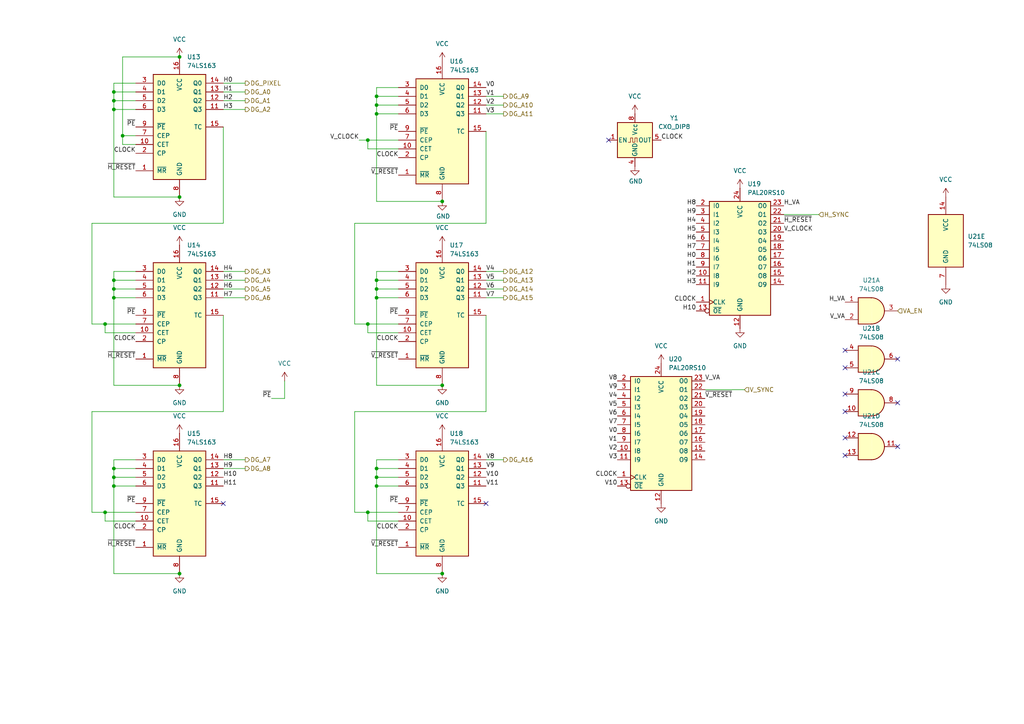
<source format=kicad_sch>
(kicad_sch (version 20250114) (generator "eeschema") (generator_version "9.0")
  (paper "A4")
  (lib_symbols
    (symbol "74xx:74LS08" (pin_names (offset 1.016))
      (property "Reference" "U" (at 0 1.27 0))
      (property "Value" "74LS08" (at 0 -1.27 0))
      (symbol "74LS08_1_1"
        (arc (start 0 3.81) (mid 3.7934 0) (end 0 -3.81) (stroke (width 0.254)) (fill (type background)))
        (polyline (pts (xy 0 3.81) (xy -3.81 3.81) (xy -3.81 -3.81) (xy 0 -3.81)) (stroke (width 0.254)) (fill (type background)))
        (pin input line (at -7.62 2.54 0) (length 3.81) (name "~") (number "1"))
        (pin input line (at -7.62 -2.54 0) (length 3.81) (name "~") (number "2"))
        (pin output line (at 7.62 0 180) (length 3.81) (name "~") (number "3"))
      )
      (symbol "74LS08_1_2"
        (arc (start -3.81 3.81) (mid -2.589 0) (end -3.81 -3.81) (stroke (width 0.254)))
        (polyline (pts (xy -3.81 3.81) (xy -0.635 3.81)) (stroke (width 0.254)) (fill (type background)))
        (polyline (pts (xy -3.81 -3.81) (xy -0.635 -3.81)) (stroke (width 0.254)) (fill (type background)))
        (arc (start 3.81 0) (mid 2.1855 -2.584) (end -0.6096 -3.81) (stroke (width 0.254)) (fill (type background)))
        (arc (start -0.6096 3.81) (mid 2.1928 2.5924) (end 3.81 0) (stroke (width 0.254)) (fill (type background)))
        (polyline (pts (xy -0.635 3.81) (xy -3.81 3.81) (xy -3.81 3.81) (xy -3.556 3.4036) (xy -3.0226 2.2606) (xy -2.6924 1.0414) (xy -2.6162 -0.254) (xy -2.7686 -1.4986) (xy -3.175 -2.7178) (xy -3.81 -3.81) (xy -3.81 -3.81) (xy -0.635 -3.81)) (stroke (width -25.4)) (fill (type background)))
        (pin input inverted (at -7.62 2.54 0) (length 4.318) (name "~") (number "1"))
        (pin input inverted (at -7.62 -2.54 0) (length 4.318) (name "~") (number "2"))
        (pin output inverted (at 7.62 0 180) (length 3.81) (name "~") (number "3"))
      )
      (symbol "74LS08_2_1"
        (arc (start 0 3.81) (mid 3.7934 0) (end 0 -3.81) (stroke (width 0.254)) (fill (type background)))
        (polyline (pts (xy 0 3.81) (xy -3.81 3.81) (xy -3.81 -3.81) (xy 0 -3.81)) (stroke (width 0.254)) (fill (type background)))
        (pin input line (at -7.62 2.54 0) (length 3.81) (name "~") (number "4"))
        (pin input line (at -7.62 -2.54 0) (length 3.81) (name "~") (number "5"))
        (pin output line (at 7.62 0 180) (length 3.81) (name "~") (number "6"))
      )
      (symbol "74LS08_2_2"
        (arc (start -3.81 3.81) (mid -2.589 0) (end -3.81 -3.81) (stroke (width 0.254)))
        (polyline (pts (xy -3.81 3.81) (xy -0.635 3.81)) (stroke (width 0.254)) (fill (type background)))
        (polyline (pts (xy -3.81 -3.81) (xy -0.635 -3.81)) (stroke (width 0.254)) (fill (type background)))
        (arc (start 3.81 0) (mid 2.1855 -2.584) (end -0.6096 -3.81) (stroke (width 0.254)) (fill (type background)))
        (arc (start -0.6096 3.81) (mid 2.1928 2.5924) (end 3.81 0) (stroke (width 0.254)) (fill (type background)))
        (polyline (pts (xy -0.635 3.81) (xy -3.81 3.81) (xy -3.81 3.81) (xy -3.556 3.4036) (xy -3.0226 2.2606) (xy -2.6924 1.0414) (xy -2.6162 -0.254) (xy -2.7686 -1.4986) (xy -3.175 -2.7178) (xy -3.81 -3.81) (xy -3.81 -3.81) (xy -0.635 -3.81)) (stroke (width -25.4)) (fill (type background)))
        (pin input inverted (at -7.62 2.54 0) (length 4.318) (name "~") (number "4"))
        (pin input inverted (at -7.62 -2.54 0) (length 4.318) (name "~") (number "5"))
        (pin output inverted (at 7.62 0 180) (length 3.81) (name "~") (number "6"))
      )
      (symbol "74LS08_3_1"
        (arc (start 0 3.81) (mid 3.7934 0) (end 0 -3.81) (stroke (width 0.254)) (fill (type background)))
        (polyline (pts (xy 0 3.81) (xy -3.81 3.81) (xy -3.81 -3.81) (xy 0 -3.81)) (stroke (width 0.254)) (fill (type background)))
        (pin input line (at -7.62 2.54 0) (length 3.81) (name "~") (number "9"))
        (pin input line (at -7.62 -2.54 0) (length 3.81) (name "~") (number "10"))
        (pin output line (at 7.62 0 180) (length 3.81) (name "~") (number "8"))
      )
      (symbol "74LS08_3_2"
        (arc (start -3.81 3.81) (mid -2.589 0) (end -3.81 -3.81) (stroke (width 0.254)))
        (polyline (pts (xy -3.81 3.81) (xy -0.635 3.81)) (stroke (width 0.254)) (fill (type background)))
        (polyline (pts (xy -3.81 -3.81) (xy -0.635 -3.81)) (stroke (width 0.254)) (fill (type background)))
        (arc (start 3.81 0) (mid 2.1855 -2.584) (end -0.6096 -3.81) (stroke (width 0.254)) (fill (type background)))
        (arc (start -0.6096 3.81) (mid 2.1928 2.5924) (end 3.81 0) (stroke (width 0.254)) (fill (type background)))
        (polyline (pts (xy -0.635 3.81) (xy -3.81 3.81) (xy -3.81 3.81) (xy -3.556 3.4036) (xy -3.0226 2.2606) (xy -2.6924 1.0414) (xy -2.6162 -0.254) (xy -2.7686 -1.4986) (xy -3.175 -2.7178) (xy -3.81 -3.81) (xy -3.81 -3.81) (xy -0.635 -3.81)) (stroke (width -25.4)) (fill (type background)))
        (pin input inverted (at -7.62 2.54 0) (length 4.318) (name "~") (number "9"))
        (pin input inverted (at -7.62 -2.54 0) (length 4.318) (name "~") (number "10"))
        (pin output inverted (at 7.62 0 180) (length 3.81) (name "~") (number "8"))
      )
      (symbol "74LS08_4_1"
        (arc (start 0 3.81) (mid 3.7934 0) (end 0 -3.81) (stroke (width 0.254)) (fill (type background)))
        (polyline (pts (xy 0 3.81) (xy -3.81 3.81) (xy -3.81 -3.81) (xy 0 -3.81)) (stroke (width 0.254)) (fill (type background)))
        (pin input line (at -7.62 2.54 0) (length 3.81) (name "~") (number "12"))
        (pin input line (at -7.62 -2.54 0) (length 3.81) (name "~") (number "13"))
        (pin output line (at 7.62 0 180) (length 3.81) (name "~") (number "11"))
      )
      (symbol "74LS08_4_2"
        (arc (start -3.81 3.81) (mid -2.589 0) (end -3.81 -3.81) (stroke (width 0.254)))
        (polyline (pts (xy -3.81 3.81) (xy -0.635 3.81)) (stroke (width 0.254)) (fill (type background)))
        (polyline (pts (xy -3.81 -3.81) (xy -0.635 -3.81)) (stroke (width 0.254)) (fill (type background)))
        (arc (start 3.81 0) (mid 2.1855 -2.584) (end -0.6096 -3.81) (stroke (width 0.254)) (fill (type background)))
        (arc (start -0.6096 3.81) (mid 2.1928 2.5924) (end 3.81 0) (stroke (width 0.254)) (fill (type background)))
        (polyline (pts (xy -0.635 3.81) (xy -3.81 3.81) (xy -3.81 3.81) (xy -3.556 3.4036) (xy -3.0226 2.2606) (xy -2.6924 1.0414) (xy -2.6162 -0.254) (xy -2.7686 -1.4986) (xy -3.175 -2.7178) (xy -3.81 -3.81) (xy -3.81 -3.81) (xy -0.635 -3.81)) (stroke (width -25.4)) (fill (type background)))
        (pin input inverted (at -7.62 2.54 0) (length 4.318) (name "~") (number "12"))
        (pin input inverted (at -7.62 -2.54 0) (length 4.318) (name "~") (number "13"))
        (pin output inverted (at 7.62 0 180) (length 3.81) (name "~") (number "11"))
      )
      (symbol "74LS08_5_0"
        (pin power_in line (at 0 12.7 270) (length 5.08) (name "VCC") (number "14"))
        (pin power_in line (at 0 -12.7 90) (length 5.08) (name "GND") (number "7"))
      )
      (symbol "74LS08_5_1"
        (rectangle (start -5.08 7.62) (end 5.08 -7.62) (stroke (width 0.254)) (fill (type background)))
      )
    )
    (symbol "74xx:74LS163" (pin_names (offset 1.016))
      (property "Reference" "U" (at -7.62 16.51 0))
      (property "Value" "74LS163" (at -7.62 -16.51 0))
      (symbol "74LS163_1_0"
        (pin input line (at -12.7 12.7 0) (length 5.08) (name "D0") (number "3"))
        (pin input line (at -12.7 10.16 0) (length 5.08) (name "D1") (number "4"))
        (pin input line (at -12.7 7.62 0) (length 5.08) (name "D2") (number "5"))
        (pin input line (at -12.7 5.08 0) (length 5.08) (name "D3") (number "6"))
        (pin input line (at -12.7 0 0) (length 5.08) (name "~{PE}") (number "9"))
        (pin input line (at -12.7 -2.54 0) (length 5.08) (name "CEP") (number "7"))
        (pin input line (at -12.7 -5.08 0) (length 5.08) (name "CET") (number "10"))
        (pin input line (at -12.7 -7.62 0) (length 5.08) (name "CP") (number "2"))
        (pin input line (at -12.7 -12.7 0) (length 5.08) (name "~{MR}") (number "1"))
        (pin power_in line (at 0 20.32 270) (length 5.08) (name "VCC") (number "16"))
        (pin power_in line (at 0 -20.32 90) (length 5.08) (name "GND") (number "8"))
        (pin output line (at 12.7 12.7 180) (length 5.08) (name "Q0") (number "14"))
        (pin output line (at 12.7 10.16 180) (length 5.08) (name "Q1") (number "13"))
        (pin output line (at 12.7 7.62 180) (length 5.08) (name "Q2") (number "12"))
        (pin output line (at 12.7 5.08 180) (length 5.08) (name "Q3") (number "11"))
        (pin output line (at 12.7 0 180) (length 5.08) (name "TC") (number "15"))
      )
      (symbol "74LS163_1_1"
        (rectangle (start -7.62 15.24) (end 7.62 -15.24) (stroke (width 0.254)) (fill (type background)))
      )
    )
    (symbol "Logic_Programmable:PAL20RS10" (pin_names (offset 1.016))
      (property "Reference" "U" (at -8.89 19.05 0))
      (property "Value" "PAL20RS10" (at 5.08 19.05 0))
      (symbol "PAL20RS10_0_1"
        (rectangle (start -8.89 -16.51) (end 8.89 16.51) (stroke (width 0.254)) (fill (type background)))
      )
      (symbol "PAL20RS10_1_1"
        (pin input line (at -12.7 15.24 0) (length 3.81) (name "I0") (number "2"))
        (pin input line (at -12.7 12.7 0) (length 3.81) (name "I1") (number "3"))
        (pin input line (at -12.7 10.16 0) (length 3.81) (name "I2") (number "4"))
        (pin input line (at -12.7 7.62 0) (length 3.81) (name "I3") (number "5"))
        (pin input line (at -12.7 5.08 0) (length 3.81) (name "I4") (number "6"))
        (pin input line (at -12.7 2.54 0) (length 3.81) (name "I5") (number "7"))
        (pin input line (at -12.7 0 0) (length 3.81) (name "I6") (number "8"))
        (pin input line (at -12.7 -2.54 0) (length 3.81) (name "I7") (number "9"))
        (pin input line (at -12.7 -5.08 0) (length 3.81) (name "I8") (number "10"))
        (pin input line (at -12.7 -7.62 0) (length 3.81) (name "I9") (number "11"))
        (pin input clock (at -12.7 -12.7 0) (length 3.81) (name "CLK") (number "1"))
        (pin input inverted (at -12.7 -15.24 0) (length 3.81) (name "~{OE}") (number "13"))
        (pin power_in line (at 0 20.32 270) (length 3.81) (name "VCC") (number "24"))
        (pin power_in line (at 0 -20.32 90) (length 3.81) (name "GND") (number "12"))
        (pin output line (at 12.7 15.24 180) (length 3.81) (name "O0") (number "23"))
        (pin output line (at 12.7 12.7 180) (length 3.81) (name "O1") (number "22"))
        (pin output line (at 12.7 10.16 180) (length 3.81) (name "O2") (number "21"))
        (pin output line (at 12.7 7.62 180) (length 3.81) (name "O3") (number "20"))
        (pin output line (at 12.7 5.08 180) (length 3.81) (name "O4") (number "19"))
        (pin output line (at 12.7 2.54 180) (length 3.81) (name "O5") (number "18"))
        (pin output line (at 12.7 0 180) (length 3.81) (name "O6") (number "17"))
        (pin output line (at 12.7 -2.54 180) (length 3.81) (name "O7") (number "16"))
        (pin output line (at 12.7 -5.08 180) (length 3.81) (name "O8") (number "15"))
        (pin output line (at 12.7 -7.62 180) (length 3.81) (name "O9") (number "14"))
      )
    )
    (symbol "Oscillator:CXO_DIP8" (pin_names (offset 0.254))
      (property "Reference" "Y" (at -5.08 6.35 0))
      (property "Value" "CXO_DIP8" (at 1.27 -6.35 0))
      (symbol "CXO_DIP8_0_1"
        (rectangle (start -5.08 5.08) (end 5.08 -5.08) (stroke (width 0.254)) (fill (type background)))
        (polyline (pts (xy -1.905 -0.635) (xy -1.27 -0.635) (xy -1.27 0.635) (xy -0.635 0.635) (xy -0.635 -0.635) (xy 0 -0.635) (xy 0 0.635) (xy 0.635 0.635) (xy 0.635 -0.635)))
      )
      (symbol "CXO_DIP8_1_1"
        (pin input line (at -7.62 0 0) (length 2.54) (name "EN") (number "1"))
        (pin power_in line (at 0 7.62 270) (length 2.54) (name "Vcc") (number "8"))
        (pin power_in line (at 0 -7.62 90) (length 2.54) (name "GND") (number "4"))
        (pin output line (at 7.62 0 180) (length 2.54) (name "OUT") (number "5"))
      )
    )
    (symbol "power:GND" (power) (pin_numbers (hide yes)) (pin_names (offset 0) (hide yes))
      (property "Value" "GND" (at 0 -3.81 0))
      (symbol "GND_0_1"
        (polyline (pts (xy 0 0) (xy 0 -1.27) (xy 1.27 -1.27) (xy 0 -2.54) (xy -1.27 -1.27) (xy 0 -1.27)))
      )
      (symbol "GND_1_1"
        (pin power_in line (at 0 0 270) (length 0) (name "~") (number "1"))
      )
    )
    (symbol "power:VCC" (power) (pin_numbers (hide yes)) (pin_names (offset 0) (hide yes))
      (property "Value" "VCC" (at 0 3.556 0))
      (symbol "VCC_0_1"
        (polyline (pts (xy -0.762 1.27) (xy 0 2.54)))
        (polyline (pts (xy 0 2.54) (xy 0.762 1.27)))
        (polyline (pts (xy 0 0) (xy 0 2.54)))
      )
      (symbol "VCC_1_1"
        (pin power_in line (at 0 0 90) (length 0) (name "~") (number "1"))
      )
    )
  )
  (junction (at 106.68 148.59))
  (junction (at 33.02 86.36))
  (junction (at 33.02 135.89))
  (junction (at 52.07 166.37))
  (junction (at 33.02 26.67))
  (junction (at 33.02 81.28))
  (junction (at 109.22 140.97))
  (junction (at 52.07 16.51))
  (junction (at 109.22 83.82))
  (junction (at 30.48 148.59))
  (junction (at 106.68 93.98))
  (junction (at 109.22 30.48))
  (junction (at 128.27 58.42))
  (junction (at 33.02 29.21))
  (junction (at 33.02 140.97))
  (junction (at 33.02 31.75))
  (junction (at 109.22 33.02))
  (junction (at 30.48 93.98))
  (junction (at 128.27 166.37))
  (junction (at 52.07 111.76))
  (junction (at 33.02 138.43))
  (junction (at 109.22 86.36))
  (junction (at 33.02 83.82))
  (junction (at 52.07 57.15))
  (junction (at 106.68 40.64))
  (junction (at 128.27 111.76))
  (junction (at 109.22 27.94))
  (junction (at 35.56 39.37))
  (junction (at 109.22 138.43))
  (junction (at 109.22 81.28))
  (junction (at 109.22 135.89))
  (no_connect (at 245.11 127))
  (no_connect (at 245.11 132.08))
  (no_connect (at 245.11 119.38))
  (no_connect (at 245.11 114.3))
  (no_connect (at 245.11 101.6))
  (no_connect (at 260.35 129.54))
  (no_connect (at 176.53 40.64))
  (no_connect (at 140.97 146.05))
  (no_connect (at 64.77 146.05))
  (no_connect (at 260.35 104.14))
  (no_connect (at 245.11 106.68))
  (no_connect (at 260.35 116.84))
  (wire (pts (xy 237.49 62.23) (xy 227.33 62.23)))
  (wire (pts (xy 33.02 138.43) (xy 33.02 135.89)))
  (wire (pts (xy 52.07 57.15) (xy 33.02 57.15)))
  (wire (pts (xy 106.68 40.64) (xy 115.57 40.64)))
  (wire (pts (xy 33.02 81.28) (xy 33.02 78.74)))
  (wire (pts (xy 109.22 111.76) (xy 109.22 86.36)))
  (wire (pts (xy 33.02 140.97) (xy 33.02 138.43)))
  (wire (pts (xy 146.05 133.35) (xy 140.97 133.35)))
  (wire (pts (xy 146.05 78.74) (xy 140.97 78.74)))
  (wire (pts (xy 39.37 41.91) (xy 35.56 41.91)))
  (wire (pts (xy 106.68 43.18) (xy 106.68 40.64)))
  (wire (pts (xy 52.07 111.76) (xy 33.02 111.76)))
  (wire (pts (xy 140.97 38.1) (xy 140.97 64.77)))
  (wire (pts (xy 71.12 78.74) (xy 64.77 78.74)))
  (wire (pts (xy 146.05 81.28) (xy 140.97 81.28)))
  (wire (pts (xy 109.22 83.82) (xy 115.57 83.82)))
  (wire (pts (xy 109.22 140.97) (xy 109.22 138.43)))
  (wire (pts (xy 33.02 29.21) (xy 33.02 26.67)))
  (wire (pts (xy 33.02 78.74) (xy 39.37 78.74)))
  (wire (pts (xy 30.48 96.52) (xy 39.37 96.52)))
  (wire (pts (xy 78.74 115.57) (xy 82.55 115.57)))
  (wire (pts (xy 33.02 83.82) (xy 33.02 81.28)))
  (wire (pts (xy 64.77 36.83) (xy 64.77 64.77)))
  (wire (pts (xy 33.02 138.43) (xy 39.37 138.43)))
  (wire (pts (xy 33.02 29.21) (xy 39.37 29.21)))
  (wire (pts (xy 109.22 30.48) (xy 115.57 30.48)))
  (wire (pts (xy 140.97 119.38) (xy 102.87 119.38)))
  (wire (pts (xy 71.12 86.36) (xy 64.77 86.36)))
  (wire (pts (xy 109.22 83.82) (xy 109.22 81.28)))
  (wire (pts (xy 104.14 40.64) (xy 106.68 40.64)))
  (wire (pts (xy 109.22 86.36) (xy 109.22 83.82)))
  (wire (pts (xy 82.55 115.57) (xy 82.55 110.49)))
  (wire (pts (xy 71.12 83.82) (xy 64.77 83.82)))
  (wire (pts (xy 33.02 140.97) (xy 39.37 140.97)))
  (wire (pts (xy 33.02 135.89) (xy 33.02 133.35)))
  (wire (pts (xy 128.27 58.42) (xy 109.22 58.42)))
  (wire (pts (xy 102.87 64.77) (xy 102.87 93.98)))
  (wire (pts (xy 33.02 31.75) (xy 39.37 31.75)))
  (wire (pts (xy 71.12 29.21) (xy 64.77 29.21)))
  (wire (pts (xy 33.02 111.76) (xy 33.02 86.36)))
  (wire (pts (xy 26.67 148.59) (xy 30.48 148.59)))
  (wire (pts (xy 33.02 81.28) (xy 39.37 81.28)))
  (wire (pts (xy 146.05 30.48) (xy 140.97 30.48)))
  (wire (pts (xy 71.12 81.28) (xy 64.77 81.28)))
  (wire (pts (xy 215.9 113.03) (xy 204.47 113.03)))
  (wire (pts (xy 128.27 111.76) (xy 109.22 111.76)))
  (wire (pts (xy 102.87 93.98) (xy 106.68 93.98)))
  (wire (pts (xy 109.22 33.02) (xy 115.57 33.02)))
  (wire (pts (xy 109.22 33.02) (xy 109.22 30.48)))
  (wire (pts (xy 33.02 86.36) (xy 39.37 86.36)))
  (wire (pts (xy 33.02 83.82) (xy 39.37 83.82)))
  (wire (pts (xy 115.57 43.18) (xy 106.68 43.18)))
  (wire (pts (xy 33.02 166.37) (xy 33.02 140.97)))
  (wire (pts (xy 109.22 138.43) (xy 109.22 135.89)))
  (wire (pts (xy 71.12 26.67) (xy 64.77 26.67)))
  (wire (pts (xy 109.22 86.36) (xy 115.57 86.36)))
  (wire (pts (xy 102.87 119.38) (xy 102.87 148.59)))
  (wire (pts (xy 71.12 133.35) (xy 64.77 133.35)))
  (wire (pts (xy 64.77 119.38) (xy 26.67 119.38)))
  (wire (pts (xy 71.12 24.13) (xy 64.77 24.13)))
  (wire (pts (xy 109.22 140.97) (xy 115.57 140.97)))
  (wire (pts (xy 106.68 93.98) (xy 115.57 93.98)))
  (wire (pts (xy 109.22 135.89) (xy 115.57 135.89)))
  (wire (pts (xy 30.48 93.98) (xy 30.48 96.52)))
  (wire (pts (xy 64.77 91.44) (xy 64.77 119.38)))
  (wire (pts (xy 33.02 24.13) (xy 39.37 24.13)))
  (wire (pts (xy 26.67 119.38) (xy 26.67 148.59)))
  (wire (pts (xy 52.07 166.37) (xy 33.02 166.37)))
  (wire (pts (xy 140.97 91.44) (xy 140.97 119.38)))
  (wire (pts (xy 128.27 166.37) (xy 109.22 166.37)))
  (wire (pts (xy 106.68 96.52) (xy 115.57 96.52)))
  (wire (pts (xy 33.02 26.67) (xy 33.02 24.13)))
  (wire (pts (xy 30.48 151.13) (xy 39.37 151.13)))
  (wire (pts (xy 33.02 133.35) (xy 39.37 133.35)))
  (wire (pts (xy 33.02 31.75) (xy 33.02 29.21)))
  (wire (pts (xy 109.22 30.48) (xy 109.22 27.94)))
  (wire (pts (xy 146.05 83.82) (xy 140.97 83.82)))
  (wire (pts (xy 109.22 81.28) (xy 115.57 81.28)))
  (wire (pts (xy 109.22 58.42) (xy 109.22 33.02)))
  (wire (pts (xy 35.56 16.51) (xy 35.56 39.37)))
  (wire (pts (xy 33.02 86.36) (xy 33.02 83.82)))
  (wire (pts (xy 71.12 31.75) (xy 64.77 31.75)))
  (wire (pts (xy 109.22 78.74) (xy 115.57 78.74)))
  (wire (pts (xy 109.22 138.43) (xy 115.57 138.43)))
  (wire (pts (xy 39.37 39.37) (xy 35.56 39.37)))
  (wire (pts (xy 109.22 166.37) (xy 109.22 140.97)))
  (wire (pts (xy 106.68 93.98) (xy 106.68 96.52)))
  (wire (pts (xy 33.02 135.89) (xy 39.37 135.89)))
  (wire (pts (xy 109.22 27.94) (xy 115.57 27.94)))
  (wire (pts (xy 35.56 41.91) (xy 35.56 39.37)))
  (wire (pts (xy 146.05 27.94) (xy 140.97 27.94)))
  (wire (pts (xy 64.77 64.77) (xy 26.67 64.77)))
  (wire (pts (xy 71.12 135.89) (xy 64.77 135.89)))
  (wire (pts (xy 106.68 148.59) (xy 106.68 151.13)))
  (wire (pts (xy 30.48 148.59) (xy 39.37 148.59)))
  (wire (pts (xy 26.67 93.98) (xy 30.48 93.98)))
  (wire (pts (xy 109.22 81.28) (xy 109.22 78.74)))
  (wire (pts (xy 146.05 86.36) (xy 140.97 86.36)))
  (wire (pts (xy 109.22 27.94) (xy 109.22 25.4)))
  (wire (pts (xy 109.22 133.35) (xy 115.57 133.35)))
  (wire (pts (xy 26.67 64.77) (xy 26.67 93.98)))
  (wire (pts (xy 109.22 25.4) (xy 115.57 25.4)))
  (wire (pts (xy 106.68 151.13) (xy 115.57 151.13)))
  (wire (pts (xy 35.56 16.51) (xy 52.07 16.51)))
  (wire (pts (xy 102.87 148.59) (xy 106.68 148.59)))
  (wire (pts (xy 109.22 135.89) (xy 109.22 133.35)))
  (wire (pts (xy 30.48 93.98) (xy 39.37 93.98)))
  (wire (pts (xy 140.97 64.77) (xy 102.87 64.77)))
  (wire (pts (xy 33.02 57.15) (xy 33.02 31.75)))
  (wire (pts (xy 30.48 151.13) (xy 30.48 148.59)))
  (wire (pts (xy 146.05 33.02) (xy 140.97 33.02)))
  (wire (pts (xy 33.02 26.67) (xy 39.37 26.67)))
  (wire (pts (xy 106.68 148.59) (xy 115.57 148.59)))
  (label "V5" (at 179.07 118.11 180))
  (label "V4" (at 140.97 78.74 0))
  (label "V2" (at 140.97 30.48 0))
  (label "V6" (at 179.07 120.65 180))
  (label "V7" (at 179.07 123.19 180))
  (label "CLOCK" (at 201.93 87.63 180))
  (label "CLOCK" (at 115.57 45.72 180))
  (label "V_VA" (at 204.47 110.49 0))
  (label "~{PE}" (at 39.37 36.83 180))
  (label "H9" (at 201.93 62.23 180))
  (label "V8" (at 179.07 110.49 180))
  (label "V10" (at 179.07 140.97 180))
  (label "~{PE}" (at 115.57 38.1 180))
  (label "V11" (at 140.97 140.97 0))
  (label "V9" (at 140.97 135.89 0))
  (label "V3" (at 179.07 133.35 180))
  (label "~{PE}" (at 39.37 146.05 180))
  (label "H4" (at 64.77 78.74 0))
  (label "V8" (at 140.97 133.35 0))
  (label "V2" (at 179.07 130.81 180))
  (label "~{H_RESET}" (at 39.37 158.75 180))
  (label "CLOCK" (at 115.57 153.67 180))
  (label "H1" (at 64.77 26.67 0))
  (label "~{V_RESET}" (at 115.57 104.14 180))
  (label "V4" (at 179.07 115.57 180))
  (label "H7" (at 64.77 86.36 0))
  (label "CLOCK" (at 191.77 40.64 0))
  (label "~{V_RESET}" (at 115.57 158.75 180))
  (label "V_VA" (at 245.11 92.71 180))
  (label "V1" (at 179.07 128.27 180))
  (label "~{H_RESET}" (at 227.33 64.77 0))
  (label "H3" (at 64.77 31.75 0))
  (label "V6" (at 140.97 83.82 0))
  (label "H8" (at 64.77 133.35 0))
  (label "CLOCK" (at 39.37 153.67 180))
  (label "~{PE}" (at 39.37 91.44 180))
  (label "V10" (at 140.97 138.43 0))
  (label "H6" (at 64.77 83.82 0))
  (label "H8" (at 201.93 59.69 180))
  (label "H_VA" (at 245.11 87.63 180))
  (label "H11" (at 64.77 140.97 0))
  (label "H0" (at 201.93 74.93 180))
  (label "H6" (at 201.93 69.85 180))
  (label "V5" (at 140.97 81.28 0))
  (label "~{PE}" (at 115.57 146.05 180))
  (label "CLOCK" (at 39.37 44.45 180))
  (label "~{V_RESET}" (at 115.57 50.8 180))
  (label "H2" (at 64.77 29.21 0))
  (label "H10" (at 201.93 90.17 180))
  (label "~{PE}" (at 78.74 115.57 180))
  (label "V9" (at 179.07 113.03 180))
  (label "V_CLOCK" (at 227.33 67.31 0))
  (label "~{V_RESET}" (at 204.47 115.57 0))
  (label "CLOCK" (at 115.57 99.06 180))
  (label "H5" (at 64.77 81.28 0))
  (label "CLOCK" (at 39.37 99.06 180))
  (label "H5" (at 201.93 67.31 180))
  (label "~{H_RESET}" (at 39.37 104.14 180))
  (label "H0" (at 64.77 24.13 0))
  (label "H7" (at 201.93 72.39 180))
  (label "V3" (at 140.97 33.02 0))
  (label "V_CLOCK" (at 104.14 40.64 180))
  (label "V0" (at 179.07 125.73 180))
  (label "~{H_RESET}" (at 39.37 49.53 180))
  (label "V0" (at 140.97 25.4 0))
  (label "H10" (at 64.77 138.43 0))
  (label "V1" (at 140.97 27.94 0))
  (label "H9" (at 64.77 135.89 0))
  (label "~{PE}" (at 115.57 91.44 180))
  (label "CLOCK" (at 179.07 138.43 180))
  (label "H_VA" (at 227.33 59.69 0))
  (label "V7" (at 140.97 86.36 0))
  (label "H3" (at 201.93 82.55 180))
  (label "H4" (at 201.93 64.77 180))
  (label "H1" (at 201.93 77.47 180))
  (label "H2" (at 201.93 80.01 180))
  (hierarchical_label "DG_A12" (shape output) (at 146.05 78.74 0))
  (hierarchical_label "V_SYNC" (shape input) (at 215.9 113.03 0))
  (hierarchical_label "DG_A15" (shape output) (at 146.05 86.36 0))
  (hierarchical_label "DG_A0" (shape output) (at 71.12 26.67 0))
  (hierarchical_label "DG_A10" (shape output) (at 146.05 30.48 0))
  (hierarchical_label "DG_A14" (shape output) (at 146.05 83.82 0))
  (hierarchical_label "DG_A1" (shape output) (at 71.12 29.21 0))
  (hierarchical_label "DG_A9" (shape output) (at 146.05 27.94 0))
  (hierarchical_label "DG_A4" (shape output) (at 71.12 81.28 0))
  (hierarchical_label "DG_PIXEL" (shape output) (at 71.12 24.13 0))
  (hierarchical_label "DG_A7" (shape output) (at 71.12 133.35 0))
  (hierarchical_label "DG_A6" (shape output) (at 71.12 86.36 0))
  (hierarchical_label "DG_A8" (shape output) (at 71.12 135.89 0))
  (hierarchical_label "DG_A11" (shape output) (at 146.05 33.02 0))
  (hierarchical_label "DG_A2" (shape output) (at 71.12 31.75 0))
  (hierarchical_label "VA_EN" (shape input) (at 260.35 90.17 0))
  (hierarchical_label "DG_A3" (shape output) (at 71.12 78.74 0))
  (hierarchical_label "H_SYNC" (shape input) (at 237.49 62.23 0))
  (hierarchical_label "DG_A13" (shape output) (at 146.05 81.28 0))
  (hierarchical_label "DG_A16" (shape output) (at 146.05 133.35 0))
  (hierarchical_label "DG_A5" (shape output) (at 71.12 83.82 0))
  (symbol (lib_id "74xx:74LS08") (at 252.73 116.84 0) (unit 3)
    (property "Reference" "U21" (at 252.7217 107.95 0))
    (property "Value" "74LS08" (at 252.7217 110.49 0))
    (property "Footprint" "Package_SO:SO-14_3.9x8.65mm_P1.27mm" (effects (hide yes)))
    (property "Datasheet" "http://www.ti.com/lit/gpn/sn74LS08" (effects (hide yes)))
    (property "Description" "Quad And2" (effects (hide yes)))
  )
  (symbol (lib_id "power:VCC") (at 52.07 71.12 0) (unit 1)
    (property "Reference" "#PWR08" (effects (hide yes)))
    (property "Value" "VCC" (at 52.07 66.04 0))
    (property "Description" "Power symbol creates a global label with name \"VCC\"" (effects (hide yes)))
  )
  (symbol (lib_id "power:VCC") (at 191.77 105.41 0) (unit 1)
    (property "Reference" "#PWR015" (effects (hide yes)))
    (property "Value" "VCC" (at 191.77 100.33 0))
    (property "Description" "Power symbol creates a global label with name \"VCC\"" (effects (hide yes)))
  )
  (symbol (lib_id "74xx:74LS163") (at 52.07 146.05 0) (unit 1)
    (property "Reference" "U15" (at 54.2133 125.73 0) (effects (justify left)))
    (property "Value" "74LS163" (at 54.2133 128.27 0) (effects (justify left)))
    (property "Footprint" "Package_SO:SO-16_3.9x9.9mm_P1.27mm" (effects (hide yes)))
    (property "Datasheet" "http://www.ti.com/lit/gpn/sn74LS163" (effects (hide yes)))
    (property "Description" "Synchronous 4-bit programmable binary Counter" (effects (hide yes)))
  )
  (symbol (lib_id "power:VCC") (at 184.15 33.02 0) (unit 1)
    (property "Reference" "#PWR013" (effects (hide yes)))
    (property "Value" "VCC" (at 184.15 27.94 0))
    (property "Description" "Power symbol creates a global label with name \"VCC\"" (effects (hide yes)))
  )
  (symbol (lib_id "74xx:74LS163") (at 128.27 38.1 0) (unit 1)
    (property "Reference" "U16" (at 130.4133 17.78 0) (effects (justify left)))
    (property "Value" "74LS163" (at 130.4133 20.32 0) (effects (justify left)))
    (property "Footprint" "Package_SO:SO-16_3.9x9.9mm_P1.27mm" (effects (hide yes)))
    (property "Datasheet" "http://www.ti.com/lit/gpn/sn74LS163" (effects (hide yes)))
    (property "Description" "Synchronous 4-bit programmable binary Counter" (effects (hide yes)))
  )
  (symbol (lib_id "power:VCC") (at 214.63 54.61 0) (unit 1)
    (property "Reference" "#PWR016" (effects (hide yes)))
    (property "Value" "VCC" (at 214.63 49.53 0))
    (property "Description" "Power symbol creates a global label with name \"VCC\"" (effects (hide yes)))
  )
  (symbol (lib_id "power:GND") (at 128.27 111.76 0) (unit 1)
    (property "Reference" "#PWR02" (effects (hide yes)))
    (property "Value" "GND" (at 128.27 116.84 0))
    (property "Description" "Power symbol creates a global label with name \"GND\" , ground" (effects (hide yes)))
  )
  (symbol (lib_id "power:GND") (at 52.07 111.76 0) (unit 1)
    (property "Reference" "#PWR05" (effects (hide yes)))
    (property "Value" "GND" (at 52.07 116.84 0))
    (property "Description" "Power symbol creates a global label with name \"GND\" , ground" (effects (hide yes)))
  )
  (symbol (lib_id "power:VCC") (at 128.27 71.12 0) (unit 1)
    (property "Reference" "#PWR011" (effects (hide yes)))
    (property "Value" "VCC" (at 128.27 66.04 0))
    (property "Description" "Power symbol creates a global label with name \"VCC\"" (effects (hide yes)))
  )
  (symbol (lib_id "74xx:74LS08") (at 274.32 69.85 0) (unit 5)
    (property "Reference" "U21" (at 280.67 68.5799 0) (effects (justify left)))
    (property "Value" "74LS08" (at 280.67 71.1199 0) (effects (justify left)))
    (property "Footprint" "Package_SO:SO-14_3.9x8.65mm_P1.27mm" (effects (hide yes)))
    (property "Datasheet" "http://www.ti.com/lit/gpn/sn74LS08" (effects (hide yes)))
    (property "Description" "Quad And2" (effects (hide yes)))
  )
  (symbol (lib_id "74xx:74LS08") (at 252.73 129.54 0) (unit 4)
    (property "Reference" "U21" (at 252.7217 120.65 0))
    (property "Value" "74LS08" (at 252.7217 123.19 0))
    (property "Footprint" "Package_SO:SO-14_3.9x8.65mm_P1.27mm" (effects (hide yes)))
    (property "Datasheet" "http://www.ti.com/lit/gpn/sn74LS08" (effects (hide yes)))
    (property "Description" "Quad And2" (effects (hide yes)))
  )
  (symbol (lib_id "74xx:74LS08") (at 252.73 104.14 0) (unit 2)
    (property "Reference" "U21" (at 252.7217 95.25 0))
    (property "Value" "74LS08" (at 252.7217 97.79 0))
    (property "Footprint" "Package_SO:SO-14_3.9x8.65mm_P1.27mm" (effects (hide yes)))
    (property "Datasheet" "http://www.ti.com/lit/gpn/sn74LS08" (effects (hide yes)))
    (property "Description" "Quad And2" (effects (hide yes)))
  )
  (symbol (lib_id "74xx:74LS163") (at 52.07 91.44 0) (unit 1)
    (property "Reference" "U14" (at 54.2133 71.12 0) (effects (justify left)))
    (property "Value" "74LS163" (at 54.2133 73.66 0) (effects (justify left)))
    (property "Footprint" "Package_SO:SO-16_3.9x9.9mm_P1.27mm" (effects (hide yes)))
    (property "Datasheet" "http://www.ti.com/lit/gpn/sn74LS163" (effects (hide yes)))
    (property "Description" "Synchronous 4-bit programmable binary Counter" (effects (hide yes)))
  )
  (symbol (lib_id "power:GND") (at 214.63 95.25 0) (unit 1)
    (property "Reference" "#PWR017" (effects (hide yes)))
    (property "Value" "GND" (at 214.63 100.33 0))
    (property "Description" "Power symbol creates a global label with name \"GND\" , ground" (effects (hide yes)))
  )
  (symbol (lib_id "power:VCC") (at 52.07 16.51 0) (unit 1)
    (property "Reference" "#PWR07" (effects (hide yes)))
    (property "Value" "VCC" (at 52.07 11.43 0))
    (property "Description" "Power symbol creates a global label with name \"VCC\"" (effects (hide yes)))
  )
  (symbol (lib_id "power:VCC") (at 128.27 125.73 0) (unit 1)
    (property "Reference" "#PWR012" (effects (hide yes)))
    (property "Value" "VCC" (at 128.27 120.65 0))
    (property "Description" "Power symbol creates a global label with name \"VCC\"" (effects (hide yes)))
  )
  (symbol (lib_id "74xx:74LS163") (at 52.07 36.83 0) (unit 1)
    (property "Reference" "U13" (at 54.2133 16.51 0) (effects (justify left)))
    (property "Value" "74LS163" (at 54.2133 19.05 0) (effects (justify left)))
    (property "Footprint" "Package_SO:SO-16_3.9x9.9mm_P1.27mm" (effects (hide yes)))
    (property "Datasheet" "http://www.ti.com/lit/gpn/sn74LS163" (effects (hide yes)))
    (property "Description" "Synchronous 4-bit programmable binary Counter" (effects (hide yes)))
  )
  (symbol (lib_id "power:GND") (at 52.07 57.15 0) (unit 1)
    (property "Reference" "#PWR06" (effects (hide yes)))
    (property "Value" "GND" (at 52.07 62.23 0))
    (property "Description" "Power symbol creates a global label with name \"GND\" , ground" (effects (hide yes)))
  )
  (symbol (lib_id "Logic_Programmable:PAL20RS10") (at 214.63 74.93 0) (unit 1)
    (property "Reference" "U19" (at 216.7733 53.34 0) (effects (justify left)))
    (property "Value" "PAL20RS10" (at 216.7733 55.88 0) (effects (justify left)))
    (property "Footprint" "Package_DIP:DIP-24_W7.62mm_Socket" (effects (hide yes)))
    (property "Description" "Programmable Logic Array, DIP-24 (Narrow)" (effects (hide yes)))
  )
  (symbol (lib_id "power:VCC") (at 128.27 17.78 0) (unit 1)
    (property "Reference" "#PWR010" (effects (hide yes)))
    (property "Value" "VCC" (at 128.27 12.7 0))
    (property "Description" "Power symbol creates a global label with name \"VCC\"" (effects (hide yes)))
  )
  (symbol (lib_id "power:GND") (at 274.32 82.55 0) (unit 1)
    (property "Reference" "#PWR020" (effects (hide yes)))
    (property "Value" "GND" (at 274.32 87.63 0))
    (property "Description" "Power symbol creates a global label with name \"GND\" , ground" (effects (hide yes)))
  )
  (symbol (lib_id "74xx:74LS163") (at 128.27 91.44 0) (unit 1)
    (property "Reference" "U17" (at 130.4133 71.12 0) (effects (justify left)))
    (property "Value" "74LS163" (at 130.4133 73.66 0) (effects (justify left)))
    (property "Footprint" "Package_SO:SO-16_3.9x9.9mm_P1.27mm" (effects (hide yes)))
    (property "Datasheet" "http://www.ti.com/lit/gpn/sn74LS163" (effects (hide yes)))
    (property "Description" "Synchronous 4-bit programmable binary Counter" (effects (hide yes)))
  )
  (symbol (lib_id "Logic_Programmable:PAL20RS10") (at 191.77 125.73 0) (unit 1)
    (property "Reference" "U20" (at 193.9133 104.14 0) (effects (justify left)))
    (property "Value" "PAL20RS10" (at 193.9133 106.68 0) (effects (justify left)))
    (property "Footprint" "Package_DIP:DIP-24_W7.62mm_Socket" (effects (hide yes)))
    (property "Description" "Programmable Logic Array, DIP-24 (Narrow)" (effects (hide yes)))
  )
  (symbol (lib_id "74xx:74LS163") (at 128.27 146.05 0) (unit 1)
    (property "Reference" "U18" (at 130.4133 125.73 0) (effects (justify left)))
    (property "Value" "74LS163" (at 130.4133 128.27 0) (effects (justify left)))
    (property "Footprint" "Package_SO:SO-16_3.9x9.9mm_P1.27mm" (effects (hide yes)))
    (property "Datasheet" "http://www.ti.com/lit/gpn/sn74LS163" (effects (hide yes)))
    (property "Description" "Synchronous 4-bit programmable binary Counter" (effects (hide yes)))
  )
  (symbol (lib_id "power:VCC") (at 52.07 125.73 0) (unit 1)
    (property "Reference" "#PWR09" (effects (hide yes)))
    (property "Value" "VCC" (at 52.07 120.65 0))
    (property "Description" "Power symbol creates a global label with name \"VCC\"" (effects (hide yes)))
  )
  (symbol (lib_id "power:VCC") (at 82.55 110.49 0) (unit 1)
    (property "Reference" "#PWR021" (effects (hide yes)))
    (property "Value" "VCC" (at 82.55 105.41 0))
    (property "Description" "Power symbol creates a global label with name \"VCC\"" (effects (hide yes)))
  )
  (symbol (lib_id "power:VCC") (at 274.32 57.15 0) (unit 1)
    (property "Reference" "#PWR019" (effects (hide yes)))
    (property "Value" "VCC" (at 274.32 52.07 0))
    (property "Description" "Power symbol creates a global label with name \"VCC\"" (effects (hide yes)))
  )
  (symbol (lib_id "power:GND") (at 191.77 146.05 0) (unit 1)
    (property "Reference" "#PWR018" (effects (hide yes)))
    (property "Value" "GND" (at 191.77 151.13 0))
    (property "Description" "Power symbol creates a global label with name \"GND\" , ground" (effects (hide yes)))
  )
  (symbol (lib_id "power:GND") (at 184.15 48.26 0) (unit 1)
    (property "Reference" "#PWR014" (effects (hide yes)))
    (property "Value" "GND" (at 184.404 52.578 0))
    (property "Description" "Power symbol creates a global label with name \"GND\" , ground" (effects (hide yes)))
  )
  (symbol (lib_id "power:GND") (at 128.27 58.42 0) (unit 1)
    (property "Reference" "#PWR01" (effects (hide yes)))
    (property "Value" "GND" (at 128.524 62.738 0))
    (property "Description" "Power symbol creates a global label with name \"GND\" , ground" (effects (hide yes)))
  )
  (symbol (lib_id "74xx:74LS08") (at 252.73 90.17 0) (unit 1)
    (property "Reference" "U21" (at 252.7217 81.28 0))
    (property "Value" "74LS08" (at 252.7217 83.82 0))
    (property "Footprint" "Package_SO:SO-14_3.9x8.65mm_P1.27mm" (effects (hide yes)))
    (property "Datasheet" "http://www.ti.com/lit/gpn/sn74LS08" (effects (hide yes)))
    (property "Description" "Quad And2" (effects (hide yes)))
  )
  (symbol (lib_id "Oscillator:CXO_DIP8") (at 184.15 40.64 0) (unit 1)
    (property "Reference" "Y1" (at 195.58 34.2198 0))
    (property "Value" "CXO_DIP8" (at 195.58 36.7598 0))
    (property "Footprint" "Oscillator:Oscillator_DIP-8" (effects (hide yes)))
    (property "Datasheet" "http://cdn-reichelt.de/documents/datenblatt/B400/OSZI.pdf" (effects (hide yes)))
    (property "Description" "Crystal Clock Oscillator, DIP8-style metal package" (effects (hide yes)))
  )
  (symbol (lib_id "power:GND") (at 52.07 166.37 0) (unit 1)
    (property "Reference" "#PWR04" (effects (hide yes)))
    (property "Value" "GND" (at 52.07 171.45 0))
    (property "Description" "Power symbol creates a global label with name \"GND\" , ground" (effects (hide yes)))
  )
  (symbol (lib_id "power:GND") (at 128.27 166.37 0) (unit 1)
    (property "Reference" "#PWR03" (effects (hide yes)))
    (property "Value" "GND" (at 128.27 171.45 0))
    (property "Description" "Power symbol creates a global label with name \"GND\" , ground" (effects (hide yes)))
  )
)
</source>
